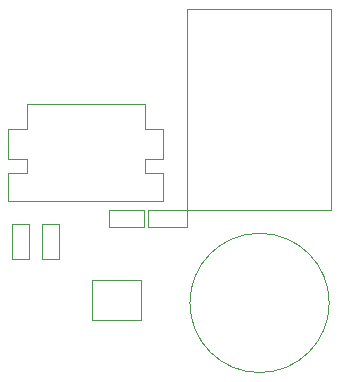
<source format=gbr>
G04 #@! TF.GenerationSoftware,KiCad,Pcbnew,8.0.6*
G04 #@! TF.CreationDate,2024-11-27T10:36:13+01:00*
G04 #@! TF.ProjectId,TDR1,54445231-2e6b-4696-9361-645f70636258,0.1*
G04 #@! TF.SameCoordinates,Original*
G04 #@! TF.FileFunction,Other,User*
%FSLAX46Y46*%
G04 Gerber Fmt 4.6, Leading zero omitted, Abs format (unit mm)*
G04 Created by KiCad (PCBNEW 8.0.6) date 2024-11-27 10:36:13*
%MOMM*%
%LPD*%
G01*
G04 APERTURE LIST*
%ADD10C,0.050000*%
G04 APERTURE END LIST*
D10*
G04 #@! TO.C,R9*
X8920000Y15530000D02*
X11880000Y15530000D01*
X8920000Y14070000D02*
X8920000Y15530000D01*
X11880000Y15530000D02*
X11880000Y14070000D01*
X11880000Y14070000D02*
X8920000Y14070000D01*
G04 #@! TO.C,J3*
X15530000Y32570000D02*
X15530000Y15570000D01*
X27710000Y32570000D02*
X15530000Y32570000D01*
X27710000Y15570000D02*
X15530000Y15570000D01*
X27710000Y15570000D02*
X27710000Y32570000D01*
G04 #@! TO.C,U1*
X7512500Y9600000D02*
X7512500Y6200000D01*
X7512500Y6200000D02*
X11612500Y6200000D01*
X11612500Y9600000D02*
X7512500Y9600000D01*
X11612500Y6200000D02*
X11612500Y9600000D01*
G04 #@! TO.C,D1*
X12200000Y15530000D02*
X15500000Y15530000D01*
X12200000Y14070000D02*
X12200000Y15530000D01*
X15500000Y15530000D02*
X15500000Y14070000D01*
X15500000Y14070000D02*
X12200000Y14070000D01*
G04 #@! TO.C,J1*
X27566100Y7666400D02*
G75*
G02*
X15766100Y7666400I-5900000J0D01*
G01*
X15766100Y7666400D02*
G75*
G02*
X27566100Y7666400I5900000J0D01*
G01*
G04 #@! TO.C,J2*
X400000Y22400000D02*
X1950000Y22400000D01*
X400000Y19850000D02*
X400000Y22400000D01*
X400000Y19850000D02*
X1950000Y19850000D01*
X400000Y16300000D02*
X400000Y18700000D01*
X400000Y16300000D02*
X13500000Y16300000D01*
X1950000Y22400000D02*
X1950000Y24500000D01*
X1950000Y18700000D02*
X400000Y18700000D01*
X1950000Y18700000D02*
X1950000Y19850000D01*
X11950000Y24500000D02*
X1950000Y24500000D01*
X11950000Y22400000D02*
X11950000Y24500000D01*
X11950000Y22400000D02*
X13500000Y22400000D01*
X11950000Y19850000D02*
X13500000Y19850000D01*
X11950000Y18700000D02*
X11950000Y19850000D01*
X13500000Y19850000D02*
X13500000Y22400000D01*
X13500000Y18700000D02*
X11950000Y18700000D01*
X13500000Y16300000D02*
X13500000Y18700000D01*
G04 #@! TO.C,R7*
X3247000Y14355000D02*
X4707000Y14355000D01*
X3247000Y11395000D02*
X3247000Y14355000D01*
X4707000Y14355000D02*
X4707000Y11395000D01*
X4707000Y11395000D02*
X3247000Y11395000D01*
G04 #@! TO.C,R8*
X720000Y14355000D02*
X2180000Y14355000D01*
X720000Y11395000D02*
X720000Y14355000D01*
X2180000Y14355000D02*
X2180000Y11395000D01*
X2180000Y11395000D02*
X720000Y11395000D01*
G04 #@! TD*
M02*

</source>
